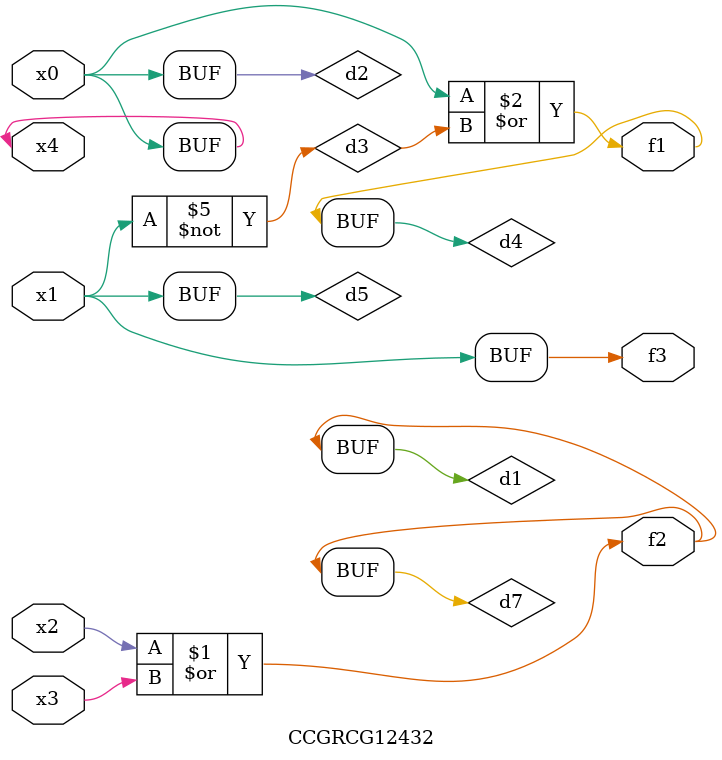
<source format=v>
module CCGRCG12432(
	input x0, x1, x2, x3, x4,
	output f1, f2, f3
);

	wire d1, d2, d3, d4, d5, d6, d7;

	or (d1, x2, x3);
	buf (d2, x0, x4);
	not (d3, x1);
	or (d4, d2, d3);
	not (d5, d3);
	nand (d6, d1, d3);
	or (d7, d1);
	assign f1 = d4;
	assign f2 = d7;
	assign f3 = d5;
endmodule

</source>
